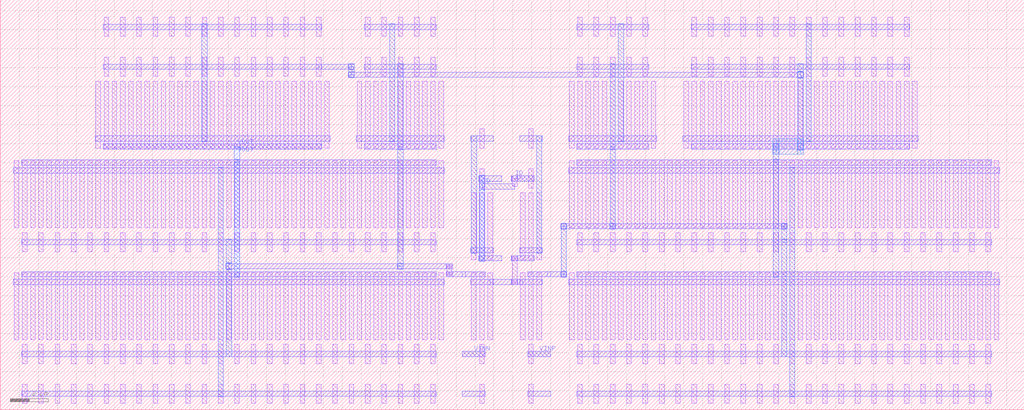
<source format=lef>
MACRO CURRENT_MIRROR_OTA
  ORIGIN 0 0 ;
  FOREIGN CURRENT_MIRROR_OTA 0 0 ;
  SIZE 53.91 BY 21.59 ;
  PIN ID
    DIRECTION INOUT ;
    USE SIGNAL ;
    PORT 
      LAYER M3 ;
        RECT 25.23 7.82 25.51 12.34 ;
      LAYER M2 ;
        RECT 26.92 12.04 28.12 12.32 ;
      LAYER M3 ;
        RECT 25.23 11.575 25.51 11.945 ;
      LAYER M2 ;
        RECT 25.37 11.62 27.09 11.9 ;
      LAYER M1 ;
        RECT 26.965 11.76 27.215 12.18 ;
      LAYER M2 ;
        RECT 26.93 12.04 27.25 12.32 ;
    END
  END ID
  PIN VOUT
    DIRECTION INOUT ;
    USE SIGNAL ;
    PORT 
      LAYER M3 ;
        RECT 12.33 6.98 12.61 13.18 ;
      LAYER M2 ;
        RECT 5.42 13.72 16.94 14 ;
      LAYER M3 ;
        RECT 12.33 13.02 12.61 13.86 ;
      LAYER M2 ;
        RECT 12.31 13.72 12.63 14 ;
    END
  END VOUT
  PIN VINN
    DIRECTION INOUT ;
    USE SIGNAL ;
    PORT 
      LAYER M2 ;
        RECT 24.34 2.8 25.54 3.08 ;
    END
  END VINN
  PIN VINP
    DIRECTION INOUT ;
    USE SIGNAL ;
    PORT 
      LAYER M2 ;
        RECT 27.78 2.8 28.98 3.08 ;
    END
  END VINP
  OBS 
  LAYER M2 ;
        RECT 5.42 17.92 16.94 18.2 ;
  LAYER M3 ;
        RECT 42 13.7 42.28 18.22 ;
  LAYER M3 ;
        RECT 40.71 6.98 40.99 13.18 ;
  LAYER M2 ;
        RECT 16.77 17.92 18.49 18.2 ;
  LAYER M3 ;
        RECT 18.35 17.64 18.63 18.06 ;
  LAYER M2 ;
        RECT 18.49 17.5 42.14 17.78 ;
  LAYER M3 ;
        RECT 42 17.455 42.28 17.825 ;
  LAYER M3 ;
        RECT 42 13.675 42.28 14.045 ;
  LAYER M4 ;
        RECT 40.85 13.46 42.14 14.26 ;
  LAYER M3 ;
        RECT 40.71 13.02 40.99 13.86 ;
  LAYER M2 ;
        RECT 18.33 17.5 18.65 17.78 ;
  LAYER M3 ;
        RECT 18.35 17.48 18.63 17.8 ;
  LAYER M2 ;
        RECT 18.33 17.92 18.65 18.2 ;
  LAYER M3 ;
        RECT 18.35 17.9 18.63 18.22 ;
  LAYER M2 ;
        RECT 41.98 17.5 42.3 17.78 ;
  LAYER M3 ;
        RECT 42 17.48 42.28 17.8 ;
  LAYER M2 ;
        RECT 18.33 17.5 18.65 17.78 ;
  LAYER M3 ;
        RECT 18.35 17.48 18.63 17.8 ;
  LAYER M2 ;
        RECT 18.33 17.92 18.65 18.2 ;
  LAYER M3 ;
        RECT 18.35 17.9 18.63 18.22 ;
  LAYER M2 ;
        RECT 41.98 17.5 42.3 17.78 ;
  LAYER M3 ;
        RECT 42 17.48 42.28 17.8 ;
  LAYER M2 ;
        RECT 18.33 17.5 18.65 17.78 ;
  LAYER M3 ;
        RECT 18.35 17.48 18.63 17.8 ;
  LAYER M2 ;
        RECT 18.33 17.92 18.65 18.2 ;
  LAYER M3 ;
        RECT 18.35 17.9 18.63 18.22 ;
  LAYER M2 ;
        RECT 41.98 17.5 42.3 17.78 ;
  LAYER M3 ;
        RECT 42 17.48 42.28 17.8 ;
  LAYER M3 ;
        RECT 40.71 13.675 40.99 14.045 ;
  LAYER M4 ;
        RECT 40.685 13.46 41.015 14.26 ;
  LAYER M3 ;
        RECT 42 13.675 42.28 14.045 ;
  LAYER M4 ;
        RECT 41.975 13.46 42.305 14.26 ;
  LAYER M2 ;
        RECT 18.33 17.5 18.65 17.78 ;
  LAYER M3 ;
        RECT 18.35 17.48 18.63 17.8 ;
  LAYER M2 ;
        RECT 18.33 17.92 18.65 18.2 ;
  LAYER M3 ;
        RECT 18.35 17.9 18.63 18.22 ;
  LAYER M2 ;
        RECT 41.98 17.5 42.3 17.78 ;
  LAYER M3 ;
        RECT 42 17.48 42.28 17.8 ;
  LAYER M3 ;
        RECT 40.71 13.675 40.99 14.045 ;
  LAYER M4 ;
        RECT 40.685 13.46 41.015 14.26 ;
  LAYER M3 ;
        RECT 42 13.675 42.28 14.045 ;
  LAYER M4 ;
        RECT 41.975 13.46 42.305 14.26 ;
  LAYER M3 ;
        RECT 11.9 2.78 12.18 8.98 ;
  LAYER M2 ;
        RECT 24.34 7 25.54 7.28 ;
  LAYER M3 ;
        RECT 20.93 13.7 21.21 18.22 ;
  LAYER M3 ;
        RECT 11.9 7.375 12.18 7.745 ;
  LAYER M2 ;
        RECT 12.04 7.42 23.65 7.7 ;
  LAYER M1 ;
        RECT 23.525 7.14 23.775 7.56 ;
  LAYER M2 ;
        RECT 23.65 7 24.51 7.28 ;
  LAYER M2 ;
        RECT 20.91 7.42 21.23 7.7 ;
  LAYER M3 ;
        RECT 20.93 7.56 21.21 13.86 ;
  LAYER M1 ;
        RECT 23.525 7.055 23.775 7.225 ;
  LAYER M2 ;
        RECT 23.48 7 23.82 7.28 ;
  LAYER M1 ;
        RECT 23.525 7.475 23.775 7.645 ;
  LAYER M2 ;
        RECT 23.48 7.42 23.82 7.7 ;
  LAYER M2 ;
        RECT 11.88 7.42 12.2 7.7 ;
  LAYER M3 ;
        RECT 11.9 7.4 12.18 7.72 ;
  LAYER M1 ;
        RECT 23.525 7.055 23.775 7.225 ;
  LAYER M2 ;
        RECT 23.48 7 23.82 7.28 ;
  LAYER M1 ;
        RECT 23.525 7.475 23.775 7.645 ;
  LAYER M2 ;
        RECT 23.48 7.42 23.82 7.7 ;
  LAYER M2 ;
        RECT 11.88 7.42 12.2 7.7 ;
  LAYER M3 ;
        RECT 11.9 7.4 12.18 7.72 ;
  LAYER M1 ;
        RECT 23.525 7.055 23.775 7.225 ;
  LAYER M2 ;
        RECT 23.48 7 23.82 7.28 ;
  LAYER M1 ;
        RECT 23.525 7.475 23.775 7.645 ;
  LAYER M2 ;
        RECT 23.48 7.42 23.82 7.7 ;
  LAYER M2 ;
        RECT 11.88 7.42 12.2 7.7 ;
  LAYER M3 ;
        RECT 11.9 7.4 12.18 7.72 ;
  LAYER M2 ;
        RECT 20.91 7.42 21.23 7.7 ;
  LAYER M3 ;
        RECT 20.93 7.4 21.21 7.72 ;
  LAYER M1 ;
        RECT 23.525 7.055 23.775 7.225 ;
  LAYER M2 ;
        RECT 23.48 7 23.82 7.28 ;
  LAYER M1 ;
        RECT 23.525 7.475 23.775 7.645 ;
  LAYER M2 ;
        RECT 23.48 7.42 23.82 7.7 ;
  LAYER M2 ;
        RECT 11.88 7.42 12.2 7.7 ;
  LAYER M3 ;
        RECT 11.9 7.4 12.18 7.72 ;
  LAYER M2 ;
        RECT 20.91 7.42 21.23 7.7 ;
  LAYER M3 ;
        RECT 20.93 7.4 21.21 7.72 ;
  LAYER M2 ;
        RECT 27.78 7 28.98 7.28 ;
  LAYER M3 ;
        RECT 32.11 13.7 32.39 18.22 ;
  LAYER M3 ;
        RECT 41.14 2.78 41.42 8.98 ;
  LAYER M2 ;
        RECT 28.81 7 29.67 7.28 ;
  LAYER M3 ;
        RECT 29.53 7.14 29.81 9.66 ;
  LAYER M2 ;
        RECT 29.67 9.52 32.25 9.8 ;
  LAYER M3 ;
        RECT 32.11 9.66 32.39 13.86 ;
  LAYER M2 ;
        RECT 32.25 9.52 41.28 9.8 ;
  LAYER M3 ;
        RECT 41.14 8.82 41.42 9.66 ;
  LAYER M2 ;
        RECT 29.51 7 29.83 7.28 ;
  LAYER M3 ;
        RECT 29.53 6.98 29.81 7.3 ;
  LAYER M2 ;
        RECT 29.51 9.52 29.83 9.8 ;
  LAYER M3 ;
        RECT 29.53 9.5 29.81 9.82 ;
  LAYER M2 ;
        RECT 32.09 9.52 32.41 9.8 ;
  LAYER M3 ;
        RECT 32.11 9.5 32.39 9.82 ;
  LAYER M2 ;
        RECT 29.51 7 29.83 7.28 ;
  LAYER M3 ;
        RECT 29.53 6.98 29.81 7.3 ;
  LAYER M2 ;
        RECT 29.51 9.52 29.83 9.8 ;
  LAYER M3 ;
        RECT 29.53 9.5 29.81 9.82 ;
  LAYER M2 ;
        RECT 32.09 9.52 32.41 9.8 ;
  LAYER M3 ;
        RECT 32.11 9.5 32.39 9.82 ;
  LAYER M2 ;
        RECT 29.51 7 29.83 7.28 ;
  LAYER M3 ;
        RECT 29.53 6.98 29.81 7.3 ;
  LAYER M2 ;
        RECT 29.51 9.52 29.83 9.8 ;
  LAYER M3 ;
        RECT 29.53 9.5 29.81 9.82 ;
  LAYER M2 ;
        RECT 32.09 9.52 32.41 9.8 ;
  LAYER M3 ;
        RECT 32.11 9.5 32.39 9.82 ;
  LAYER M2 ;
        RECT 41.12 9.52 41.44 9.8 ;
  LAYER M3 ;
        RECT 41.14 9.5 41.42 9.82 ;
  LAYER M2 ;
        RECT 29.51 7 29.83 7.28 ;
  LAYER M3 ;
        RECT 29.53 6.98 29.81 7.3 ;
  LAYER M2 ;
        RECT 29.51 9.52 29.83 9.8 ;
  LAYER M3 ;
        RECT 29.53 9.5 29.81 9.82 ;
  LAYER M2 ;
        RECT 32.09 9.52 32.41 9.8 ;
  LAYER M3 ;
        RECT 32.11 9.5 32.39 9.82 ;
  LAYER M2 ;
        RECT 41.12 9.52 41.44 9.8 ;
  LAYER M3 ;
        RECT 41.14 9.5 41.42 9.82 ;
  LAYER M2 ;
        RECT 24.77 6.58 25.97 6.86 ;
  LAYER M2 ;
        RECT 27.35 6.58 28.55 6.86 ;
  LAYER M2 ;
        RECT 26.92 7.84 28.12 8.12 ;
  LAYER M2 ;
        RECT 25.8 6.58 27.52 6.86 ;
  LAYER M2 ;
        RECT 26.93 6.58 27.25 6.86 ;
  LAYER M1 ;
        RECT 26.965 6.72 27.215 7.98 ;
  LAYER M2 ;
        RECT 26.93 7.84 27.25 8.12 ;
  LAYER M1 ;
        RECT 26.965 6.635 27.215 6.805 ;
  LAYER M2 ;
        RECT 26.92 6.58 27.26 6.86 ;
  LAYER M1 ;
        RECT 26.965 7.895 27.215 8.065 ;
  LAYER M2 ;
        RECT 26.92 7.84 27.26 8.12 ;
  LAYER M1 ;
        RECT 26.965 6.635 27.215 6.805 ;
  LAYER M2 ;
        RECT 26.92 6.58 27.26 6.86 ;
  LAYER M1 ;
        RECT 26.965 7.895 27.215 8.065 ;
  LAYER M2 ;
        RECT 26.92 7.84 27.26 8.12 ;
  LAYER M1 ;
        RECT 25.245 7.895 25.495 11.425 ;
  LAYER M1 ;
        RECT 25.245 11.675 25.495 12.685 ;
  LAYER M1 ;
        RECT 25.245 13.775 25.495 14.785 ;
  LAYER M1 ;
        RECT 25.675 7.895 25.925 11.425 ;
  LAYER M1 ;
        RECT 24.815 7.895 25.065 11.425 ;
  LAYER M2 ;
        RECT 25.2 12.04 26.4 12.32 ;
  LAYER M2 ;
        RECT 25.2 7.84 26.4 8.12 ;
  LAYER M2 ;
        RECT 24.77 14.14 25.97 14.42 ;
  LAYER M2 ;
        RECT 24.77 8.26 25.97 8.54 ;
  LAYER M3 ;
        RECT 25.23 7.82 25.51 12.34 ;
  LAYER M3 ;
        RECT 24.8 8.24 25.08 14.44 ;
  LAYER M1 ;
        RECT 36.425 13.775 36.675 17.305 ;
  LAYER M1 ;
        RECT 36.425 17.555 36.675 18.565 ;
  LAYER M1 ;
        RECT 36.425 19.655 36.675 20.665 ;
  LAYER M1 ;
        RECT 35.995 13.775 36.245 17.305 ;
  LAYER M1 ;
        RECT 36.855 13.775 37.105 17.305 ;
  LAYER M1 ;
        RECT 37.285 13.775 37.535 17.305 ;
  LAYER M1 ;
        RECT 37.285 17.555 37.535 18.565 ;
  LAYER M1 ;
        RECT 37.285 19.655 37.535 20.665 ;
  LAYER M1 ;
        RECT 37.715 13.775 37.965 17.305 ;
  LAYER M1 ;
        RECT 38.145 13.775 38.395 17.305 ;
  LAYER M1 ;
        RECT 38.145 17.555 38.395 18.565 ;
  LAYER M1 ;
        RECT 38.145 19.655 38.395 20.665 ;
  LAYER M1 ;
        RECT 38.575 13.775 38.825 17.305 ;
  LAYER M1 ;
        RECT 39.005 13.775 39.255 17.305 ;
  LAYER M1 ;
        RECT 39.005 17.555 39.255 18.565 ;
  LAYER M1 ;
        RECT 39.005 19.655 39.255 20.665 ;
  LAYER M1 ;
        RECT 39.435 13.775 39.685 17.305 ;
  LAYER M1 ;
        RECT 39.865 13.775 40.115 17.305 ;
  LAYER M1 ;
        RECT 39.865 17.555 40.115 18.565 ;
  LAYER M1 ;
        RECT 39.865 19.655 40.115 20.665 ;
  LAYER M1 ;
        RECT 40.295 13.775 40.545 17.305 ;
  LAYER M1 ;
        RECT 40.725 13.775 40.975 17.305 ;
  LAYER M1 ;
        RECT 40.725 17.555 40.975 18.565 ;
  LAYER M1 ;
        RECT 40.725 19.655 40.975 20.665 ;
  LAYER M1 ;
        RECT 41.155 13.775 41.405 17.305 ;
  LAYER M1 ;
        RECT 41.585 13.775 41.835 17.305 ;
  LAYER M1 ;
        RECT 41.585 17.555 41.835 18.565 ;
  LAYER M1 ;
        RECT 41.585 19.655 41.835 20.665 ;
  LAYER M1 ;
        RECT 42.015 13.775 42.265 17.305 ;
  LAYER M1 ;
        RECT 42.445 13.775 42.695 17.305 ;
  LAYER M1 ;
        RECT 42.445 17.555 42.695 18.565 ;
  LAYER M1 ;
        RECT 42.445 19.655 42.695 20.665 ;
  LAYER M1 ;
        RECT 42.875 13.775 43.125 17.305 ;
  LAYER M1 ;
        RECT 43.305 13.775 43.555 17.305 ;
  LAYER M1 ;
        RECT 43.305 17.555 43.555 18.565 ;
  LAYER M1 ;
        RECT 43.305 19.655 43.555 20.665 ;
  LAYER M1 ;
        RECT 43.735 13.775 43.985 17.305 ;
  LAYER M1 ;
        RECT 44.165 13.775 44.415 17.305 ;
  LAYER M1 ;
        RECT 44.165 17.555 44.415 18.565 ;
  LAYER M1 ;
        RECT 44.165 19.655 44.415 20.665 ;
  LAYER M1 ;
        RECT 44.595 13.775 44.845 17.305 ;
  LAYER M1 ;
        RECT 45.025 13.775 45.275 17.305 ;
  LAYER M1 ;
        RECT 45.025 17.555 45.275 18.565 ;
  LAYER M1 ;
        RECT 45.025 19.655 45.275 20.665 ;
  LAYER M1 ;
        RECT 45.455 13.775 45.705 17.305 ;
  LAYER M1 ;
        RECT 45.885 13.775 46.135 17.305 ;
  LAYER M1 ;
        RECT 45.885 17.555 46.135 18.565 ;
  LAYER M1 ;
        RECT 45.885 19.655 46.135 20.665 ;
  LAYER M1 ;
        RECT 46.315 13.775 46.565 17.305 ;
  LAYER M1 ;
        RECT 46.745 13.775 46.995 17.305 ;
  LAYER M1 ;
        RECT 46.745 17.555 46.995 18.565 ;
  LAYER M1 ;
        RECT 46.745 19.655 46.995 20.665 ;
  LAYER M1 ;
        RECT 47.175 13.775 47.425 17.305 ;
  LAYER M1 ;
        RECT 47.605 13.775 47.855 17.305 ;
  LAYER M1 ;
        RECT 47.605 17.555 47.855 18.565 ;
  LAYER M1 ;
        RECT 47.605 19.655 47.855 20.665 ;
  LAYER M1 ;
        RECT 48.035 13.775 48.285 17.305 ;
  LAYER M2 ;
        RECT 36.38 17.92 47.9 18.2 ;
  LAYER M2 ;
        RECT 36.38 13.72 47.9 14 ;
  LAYER M2 ;
        RECT 36.38 20.02 47.9 20.3 ;
  LAYER M2 ;
        RECT 35.95 14.14 48.33 14.42 ;
  LAYER M3 ;
        RECT 42 13.7 42.28 18.22 ;
  LAYER M3 ;
        RECT 42.43 14.12 42.71 20.32 ;
  LAYER M1 ;
        RECT 22.665 13.775 22.915 17.305 ;
  LAYER M1 ;
        RECT 22.665 17.555 22.915 18.565 ;
  LAYER M1 ;
        RECT 22.665 19.655 22.915 20.665 ;
  LAYER M1 ;
        RECT 23.095 13.775 23.345 17.305 ;
  LAYER M1 ;
        RECT 22.235 13.775 22.485 17.305 ;
  LAYER M1 ;
        RECT 21.805 13.775 22.055 17.305 ;
  LAYER M1 ;
        RECT 21.805 17.555 22.055 18.565 ;
  LAYER M1 ;
        RECT 21.805 19.655 22.055 20.665 ;
  LAYER M1 ;
        RECT 21.375 13.775 21.625 17.305 ;
  LAYER M1 ;
        RECT 20.945 13.775 21.195 17.305 ;
  LAYER M1 ;
        RECT 20.945 17.555 21.195 18.565 ;
  LAYER M1 ;
        RECT 20.945 19.655 21.195 20.665 ;
  LAYER M1 ;
        RECT 20.515 13.775 20.765 17.305 ;
  LAYER M1 ;
        RECT 20.085 13.775 20.335 17.305 ;
  LAYER M1 ;
        RECT 20.085 17.555 20.335 18.565 ;
  LAYER M1 ;
        RECT 20.085 19.655 20.335 20.665 ;
  LAYER M1 ;
        RECT 19.655 13.775 19.905 17.305 ;
  LAYER M1 ;
        RECT 19.225 13.775 19.475 17.305 ;
  LAYER M1 ;
        RECT 19.225 17.555 19.475 18.565 ;
  LAYER M1 ;
        RECT 19.225 19.655 19.475 20.665 ;
  LAYER M1 ;
        RECT 18.795 13.775 19.045 17.305 ;
  LAYER M2 ;
        RECT 19.18 17.92 22.96 18.2 ;
  LAYER M2 ;
        RECT 19.18 13.72 22.96 14 ;
  LAYER M2 ;
        RECT 19.18 20.02 22.96 20.3 ;
  LAYER M2 ;
        RECT 18.75 14.14 23.39 14.42 ;
  LAYER M3 ;
        RECT 20.93 13.7 21.21 18.22 ;
  LAYER M3 ;
        RECT 20.5 14.12 20.78 20.32 ;
  LAYER M1 ;
        RECT 30.405 13.775 30.655 17.305 ;
  LAYER M1 ;
        RECT 30.405 17.555 30.655 18.565 ;
  LAYER M1 ;
        RECT 30.405 19.655 30.655 20.665 ;
  LAYER M1 ;
        RECT 29.975 13.775 30.225 17.305 ;
  LAYER M1 ;
        RECT 30.835 13.775 31.085 17.305 ;
  LAYER M1 ;
        RECT 31.265 13.775 31.515 17.305 ;
  LAYER M1 ;
        RECT 31.265 17.555 31.515 18.565 ;
  LAYER M1 ;
        RECT 31.265 19.655 31.515 20.665 ;
  LAYER M1 ;
        RECT 31.695 13.775 31.945 17.305 ;
  LAYER M1 ;
        RECT 32.125 13.775 32.375 17.305 ;
  LAYER M1 ;
        RECT 32.125 17.555 32.375 18.565 ;
  LAYER M1 ;
        RECT 32.125 19.655 32.375 20.665 ;
  LAYER M1 ;
        RECT 32.555 13.775 32.805 17.305 ;
  LAYER M1 ;
        RECT 32.985 13.775 33.235 17.305 ;
  LAYER M1 ;
        RECT 32.985 17.555 33.235 18.565 ;
  LAYER M1 ;
        RECT 32.985 19.655 33.235 20.665 ;
  LAYER M1 ;
        RECT 33.415 13.775 33.665 17.305 ;
  LAYER M1 ;
        RECT 33.845 13.775 34.095 17.305 ;
  LAYER M1 ;
        RECT 33.845 17.555 34.095 18.565 ;
  LAYER M1 ;
        RECT 33.845 19.655 34.095 20.665 ;
  LAYER M1 ;
        RECT 34.275 13.775 34.525 17.305 ;
  LAYER M2 ;
        RECT 30.36 17.92 34.14 18.2 ;
  LAYER M2 ;
        RECT 30.36 13.72 34.14 14 ;
  LAYER M2 ;
        RECT 30.36 20.02 34.14 20.3 ;
  LAYER M2 ;
        RECT 29.93 14.14 34.57 14.42 ;
  LAYER M3 ;
        RECT 32.11 13.7 32.39 18.22 ;
  LAYER M3 ;
        RECT 32.54 14.12 32.82 20.32 ;
  LAYER M1 ;
        RECT 16.645 13.775 16.895 17.305 ;
  LAYER M1 ;
        RECT 16.645 17.555 16.895 18.565 ;
  LAYER M1 ;
        RECT 16.645 19.655 16.895 20.665 ;
  LAYER M1 ;
        RECT 17.075 13.775 17.325 17.305 ;
  LAYER M1 ;
        RECT 16.215 13.775 16.465 17.305 ;
  LAYER M1 ;
        RECT 15.785 13.775 16.035 17.305 ;
  LAYER M1 ;
        RECT 15.785 17.555 16.035 18.565 ;
  LAYER M1 ;
        RECT 15.785 19.655 16.035 20.665 ;
  LAYER M1 ;
        RECT 15.355 13.775 15.605 17.305 ;
  LAYER M1 ;
        RECT 14.925 13.775 15.175 17.305 ;
  LAYER M1 ;
        RECT 14.925 17.555 15.175 18.565 ;
  LAYER M1 ;
        RECT 14.925 19.655 15.175 20.665 ;
  LAYER M1 ;
        RECT 14.495 13.775 14.745 17.305 ;
  LAYER M1 ;
        RECT 14.065 13.775 14.315 17.305 ;
  LAYER M1 ;
        RECT 14.065 17.555 14.315 18.565 ;
  LAYER M1 ;
        RECT 14.065 19.655 14.315 20.665 ;
  LAYER M1 ;
        RECT 13.635 13.775 13.885 17.305 ;
  LAYER M1 ;
        RECT 13.205 13.775 13.455 17.305 ;
  LAYER M1 ;
        RECT 13.205 17.555 13.455 18.565 ;
  LAYER M1 ;
        RECT 13.205 19.655 13.455 20.665 ;
  LAYER M1 ;
        RECT 12.775 13.775 13.025 17.305 ;
  LAYER M1 ;
        RECT 12.345 13.775 12.595 17.305 ;
  LAYER M1 ;
        RECT 12.345 17.555 12.595 18.565 ;
  LAYER M1 ;
        RECT 12.345 19.655 12.595 20.665 ;
  LAYER M1 ;
        RECT 11.915 13.775 12.165 17.305 ;
  LAYER M1 ;
        RECT 11.485 13.775 11.735 17.305 ;
  LAYER M1 ;
        RECT 11.485 17.555 11.735 18.565 ;
  LAYER M1 ;
        RECT 11.485 19.655 11.735 20.665 ;
  LAYER M1 ;
        RECT 11.055 13.775 11.305 17.305 ;
  LAYER M1 ;
        RECT 10.625 13.775 10.875 17.305 ;
  LAYER M1 ;
        RECT 10.625 17.555 10.875 18.565 ;
  LAYER M1 ;
        RECT 10.625 19.655 10.875 20.665 ;
  LAYER M1 ;
        RECT 10.195 13.775 10.445 17.305 ;
  LAYER M1 ;
        RECT 9.765 13.775 10.015 17.305 ;
  LAYER M1 ;
        RECT 9.765 17.555 10.015 18.565 ;
  LAYER M1 ;
        RECT 9.765 19.655 10.015 20.665 ;
  LAYER M1 ;
        RECT 9.335 13.775 9.585 17.305 ;
  LAYER M1 ;
        RECT 8.905 13.775 9.155 17.305 ;
  LAYER M1 ;
        RECT 8.905 17.555 9.155 18.565 ;
  LAYER M1 ;
        RECT 8.905 19.655 9.155 20.665 ;
  LAYER M1 ;
        RECT 8.475 13.775 8.725 17.305 ;
  LAYER M1 ;
        RECT 8.045 13.775 8.295 17.305 ;
  LAYER M1 ;
        RECT 8.045 17.555 8.295 18.565 ;
  LAYER M1 ;
        RECT 8.045 19.655 8.295 20.665 ;
  LAYER M1 ;
        RECT 7.615 13.775 7.865 17.305 ;
  LAYER M1 ;
        RECT 7.185 13.775 7.435 17.305 ;
  LAYER M1 ;
        RECT 7.185 17.555 7.435 18.565 ;
  LAYER M1 ;
        RECT 7.185 19.655 7.435 20.665 ;
  LAYER M1 ;
        RECT 6.755 13.775 7.005 17.305 ;
  LAYER M1 ;
        RECT 6.325 13.775 6.575 17.305 ;
  LAYER M1 ;
        RECT 6.325 17.555 6.575 18.565 ;
  LAYER M1 ;
        RECT 6.325 19.655 6.575 20.665 ;
  LAYER M1 ;
        RECT 5.895 13.775 6.145 17.305 ;
  LAYER M1 ;
        RECT 5.465 13.775 5.715 17.305 ;
  LAYER M1 ;
        RECT 5.465 17.555 5.715 18.565 ;
  LAYER M1 ;
        RECT 5.465 19.655 5.715 20.665 ;
  LAYER M1 ;
        RECT 5.035 13.775 5.285 17.305 ;
  LAYER M2 ;
        RECT 5.42 20.02 16.94 20.3 ;
  LAYER M2 ;
        RECT 4.99 14.14 17.37 14.42 ;
  LAYER M2 ;
        RECT 5.42 13.72 16.94 14 ;
  LAYER M2 ;
        RECT 5.42 17.92 16.94 18.2 ;
  LAYER M3 ;
        RECT 10.61 14.12 10.89 20.32 ;
  LAYER M1 ;
        RECT 27.825 7.895 28.075 11.425 ;
  LAYER M1 ;
        RECT 27.825 11.675 28.075 12.685 ;
  LAYER M1 ;
        RECT 27.825 13.775 28.075 14.785 ;
  LAYER M1 ;
        RECT 27.395 7.895 27.645 11.425 ;
  LAYER M1 ;
        RECT 28.255 7.895 28.505 11.425 ;
  LAYER M2 ;
        RECT 27.35 14.14 28.55 14.42 ;
  LAYER M2 ;
        RECT 27.35 8.26 28.55 8.54 ;
  LAYER M2 ;
        RECT 26.92 7.84 28.12 8.12 ;
  LAYER M2 ;
        RECT 26.92 12.04 28.12 12.32 ;
  LAYER M3 ;
        RECT 28.24 8.24 28.52 14.44 ;
  LAYER M1 ;
        RECT 30.405 9.575 30.655 13.105 ;
  LAYER M1 ;
        RECT 30.405 8.315 30.655 9.325 ;
  LAYER M1 ;
        RECT 30.405 3.695 30.655 7.225 ;
  LAYER M1 ;
        RECT 30.405 2.435 30.655 3.445 ;
  LAYER M1 ;
        RECT 30.405 0.335 30.655 1.345 ;
  LAYER M1 ;
        RECT 29.975 9.575 30.225 13.105 ;
  LAYER M1 ;
        RECT 29.975 3.695 30.225 7.225 ;
  LAYER M1 ;
        RECT 30.835 9.575 31.085 13.105 ;
  LAYER M1 ;
        RECT 30.835 3.695 31.085 7.225 ;
  LAYER M1 ;
        RECT 31.265 9.575 31.515 13.105 ;
  LAYER M1 ;
        RECT 31.265 8.315 31.515 9.325 ;
  LAYER M1 ;
        RECT 31.265 3.695 31.515 7.225 ;
  LAYER M1 ;
        RECT 31.265 2.435 31.515 3.445 ;
  LAYER M1 ;
        RECT 31.265 0.335 31.515 1.345 ;
  LAYER M1 ;
        RECT 31.695 9.575 31.945 13.105 ;
  LAYER M1 ;
        RECT 31.695 3.695 31.945 7.225 ;
  LAYER M1 ;
        RECT 32.125 9.575 32.375 13.105 ;
  LAYER M1 ;
        RECT 32.125 8.315 32.375 9.325 ;
  LAYER M1 ;
        RECT 32.125 3.695 32.375 7.225 ;
  LAYER M1 ;
        RECT 32.125 2.435 32.375 3.445 ;
  LAYER M1 ;
        RECT 32.125 0.335 32.375 1.345 ;
  LAYER M1 ;
        RECT 32.555 9.575 32.805 13.105 ;
  LAYER M1 ;
        RECT 32.555 3.695 32.805 7.225 ;
  LAYER M1 ;
        RECT 32.985 9.575 33.235 13.105 ;
  LAYER M1 ;
        RECT 32.985 8.315 33.235 9.325 ;
  LAYER M1 ;
        RECT 32.985 3.695 33.235 7.225 ;
  LAYER M1 ;
        RECT 32.985 2.435 33.235 3.445 ;
  LAYER M1 ;
        RECT 32.985 0.335 33.235 1.345 ;
  LAYER M1 ;
        RECT 33.415 9.575 33.665 13.105 ;
  LAYER M1 ;
        RECT 33.415 3.695 33.665 7.225 ;
  LAYER M1 ;
        RECT 33.845 9.575 34.095 13.105 ;
  LAYER M1 ;
        RECT 33.845 8.315 34.095 9.325 ;
  LAYER M1 ;
        RECT 33.845 3.695 34.095 7.225 ;
  LAYER M1 ;
        RECT 33.845 2.435 34.095 3.445 ;
  LAYER M1 ;
        RECT 33.845 0.335 34.095 1.345 ;
  LAYER M1 ;
        RECT 34.275 9.575 34.525 13.105 ;
  LAYER M1 ;
        RECT 34.275 3.695 34.525 7.225 ;
  LAYER M1 ;
        RECT 34.705 9.575 34.955 13.105 ;
  LAYER M1 ;
        RECT 34.705 8.315 34.955 9.325 ;
  LAYER M1 ;
        RECT 34.705 3.695 34.955 7.225 ;
  LAYER M1 ;
        RECT 34.705 2.435 34.955 3.445 ;
  LAYER M1 ;
        RECT 34.705 0.335 34.955 1.345 ;
  LAYER M1 ;
        RECT 35.135 9.575 35.385 13.105 ;
  LAYER M1 ;
        RECT 35.135 3.695 35.385 7.225 ;
  LAYER M1 ;
        RECT 35.565 9.575 35.815 13.105 ;
  LAYER M1 ;
        RECT 35.565 8.315 35.815 9.325 ;
  LAYER M1 ;
        RECT 35.565 3.695 35.815 7.225 ;
  LAYER M1 ;
        RECT 35.565 2.435 35.815 3.445 ;
  LAYER M1 ;
        RECT 35.565 0.335 35.815 1.345 ;
  LAYER M1 ;
        RECT 35.995 9.575 36.245 13.105 ;
  LAYER M1 ;
        RECT 35.995 3.695 36.245 7.225 ;
  LAYER M1 ;
        RECT 36.425 9.575 36.675 13.105 ;
  LAYER M1 ;
        RECT 36.425 8.315 36.675 9.325 ;
  LAYER M1 ;
        RECT 36.425 3.695 36.675 7.225 ;
  LAYER M1 ;
        RECT 36.425 2.435 36.675 3.445 ;
  LAYER M1 ;
        RECT 36.425 0.335 36.675 1.345 ;
  LAYER M1 ;
        RECT 36.855 9.575 37.105 13.105 ;
  LAYER M1 ;
        RECT 36.855 3.695 37.105 7.225 ;
  LAYER M1 ;
        RECT 37.285 9.575 37.535 13.105 ;
  LAYER M1 ;
        RECT 37.285 8.315 37.535 9.325 ;
  LAYER M1 ;
        RECT 37.285 3.695 37.535 7.225 ;
  LAYER M1 ;
        RECT 37.285 2.435 37.535 3.445 ;
  LAYER M1 ;
        RECT 37.285 0.335 37.535 1.345 ;
  LAYER M1 ;
        RECT 37.715 9.575 37.965 13.105 ;
  LAYER M1 ;
        RECT 37.715 3.695 37.965 7.225 ;
  LAYER M1 ;
        RECT 38.145 9.575 38.395 13.105 ;
  LAYER M1 ;
        RECT 38.145 8.315 38.395 9.325 ;
  LAYER M1 ;
        RECT 38.145 3.695 38.395 7.225 ;
  LAYER M1 ;
        RECT 38.145 2.435 38.395 3.445 ;
  LAYER M1 ;
        RECT 38.145 0.335 38.395 1.345 ;
  LAYER M1 ;
        RECT 38.575 9.575 38.825 13.105 ;
  LAYER M1 ;
        RECT 38.575 3.695 38.825 7.225 ;
  LAYER M1 ;
        RECT 39.005 9.575 39.255 13.105 ;
  LAYER M1 ;
        RECT 39.005 8.315 39.255 9.325 ;
  LAYER M1 ;
        RECT 39.005 3.695 39.255 7.225 ;
  LAYER M1 ;
        RECT 39.005 2.435 39.255 3.445 ;
  LAYER M1 ;
        RECT 39.005 0.335 39.255 1.345 ;
  LAYER M1 ;
        RECT 39.435 9.575 39.685 13.105 ;
  LAYER M1 ;
        RECT 39.435 3.695 39.685 7.225 ;
  LAYER M1 ;
        RECT 39.865 9.575 40.115 13.105 ;
  LAYER M1 ;
        RECT 39.865 8.315 40.115 9.325 ;
  LAYER M1 ;
        RECT 39.865 3.695 40.115 7.225 ;
  LAYER M1 ;
        RECT 39.865 2.435 40.115 3.445 ;
  LAYER M1 ;
        RECT 39.865 0.335 40.115 1.345 ;
  LAYER M1 ;
        RECT 40.295 9.575 40.545 13.105 ;
  LAYER M1 ;
        RECT 40.295 3.695 40.545 7.225 ;
  LAYER M1 ;
        RECT 40.725 9.575 40.975 13.105 ;
  LAYER M1 ;
        RECT 40.725 8.315 40.975 9.325 ;
  LAYER M1 ;
        RECT 40.725 3.695 40.975 7.225 ;
  LAYER M1 ;
        RECT 40.725 2.435 40.975 3.445 ;
  LAYER M1 ;
        RECT 40.725 0.335 40.975 1.345 ;
  LAYER M1 ;
        RECT 41.155 9.575 41.405 13.105 ;
  LAYER M1 ;
        RECT 41.155 3.695 41.405 7.225 ;
  LAYER M1 ;
        RECT 41.585 9.575 41.835 13.105 ;
  LAYER M1 ;
        RECT 41.585 8.315 41.835 9.325 ;
  LAYER M1 ;
        RECT 41.585 3.695 41.835 7.225 ;
  LAYER M1 ;
        RECT 41.585 2.435 41.835 3.445 ;
  LAYER M1 ;
        RECT 41.585 0.335 41.835 1.345 ;
  LAYER M1 ;
        RECT 42.015 9.575 42.265 13.105 ;
  LAYER M1 ;
        RECT 42.015 3.695 42.265 7.225 ;
  LAYER M1 ;
        RECT 42.445 9.575 42.695 13.105 ;
  LAYER M1 ;
        RECT 42.445 8.315 42.695 9.325 ;
  LAYER M1 ;
        RECT 42.445 3.695 42.695 7.225 ;
  LAYER M1 ;
        RECT 42.445 2.435 42.695 3.445 ;
  LAYER M1 ;
        RECT 42.445 0.335 42.695 1.345 ;
  LAYER M1 ;
        RECT 42.875 9.575 43.125 13.105 ;
  LAYER M1 ;
        RECT 42.875 3.695 43.125 7.225 ;
  LAYER M1 ;
        RECT 43.305 9.575 43.555 13.105 ;
  LAYER M1 ;
        RECT 43.305 8.315 43.555 9.325 ;
  LAYER M1 ;
        RECT 43.305 3.695 43.555 7.225 ;
  LAYER M1 ;
        RECT 43.305 2.435 43.555 3.445 ;
  LAYER M1 ;
        RECT 43.305 0.335 43.555 1.345 ;
  LAYER M1 ;
        RECT 43.735 9.575 43.985 13.105 ;
  LAYER M1 ;
        RECT 43.735 3.695 43.985 7.225 ;
  LAYER M1 ;
        RECT 44.165 9.575 44.415 13.105 ;
  LAYER M1 ;
        RECT 44.165 8.315 44.415 9.325 ;
  LAYER M1 ;
        RECT 44.165 3.695 44.415 7.225 ;
  LAYER M1 ;
        RECT 44.165 2.435 44.415 3.445 ;
  LAYER M1 ;
        RECT 44.165 0.335 44.415 1.345 ;
  LAYER M1 ;
        RECT 44.595 9.575 44.845 13.105 ;
  LAYER M1 ;
        RECT 44.595 3.695 44.845 7.225 ;
  LAYER M1 ;
        RECT 45.025 9.575 45.275 13.105 ;
  LAYER M1 ;
        RECT 45.025 8.315 45.275 9.325 ;
  LAYER M1 ;
        RECT 45.025 3.695 45.275 7.225 ;
  LAYER M1 ;
        RECT 45.025 2.435 45.275 3.445 ;
  LAYER M1 ;
        RECT 45.025 0.335 45.275 1.345 ;
  LAYER M1 ;
        RECT 45.455 9.575 45.705 13.105 ;
  LAYER M1 ;
        RECT 45.455 3.695 45.705 7.225 ;
  LAYER M1 ;
        RECT 45.885 9.575 46.135 13.105 ;
  LAYER M1 ;
        RECT 45.885 8.315 46.135 9.325 ;
  LAYER M1 ;
        RECT 45.885 3.695 46.135 7.225 ;
  LAYER M1 ;
        RECT 45.885 2.435 46.135 3.445 ;
  LAYER M1 ;
        RECT 45.885 0.335 46.135 1.345 ;
  LAYER M1 ;
        RECT 46.315 9.575 46.565 13.105 ;
  LAYER M1 ;
        RECT 46.315 3.695 46.565 7.225 ;
  LAYER M1 ;
        RECT 46.745 9.575 46.995 13.105 ;
  LAYER M1 ;
        RECT 46.745 8.315 46.995 9.325 ;
  LAYER M1 ;
        RECT 46.745 3.695 46.995 7.225 ;
  LAYER M1 ;
        RECT 46.745 2.435 46.995 3.445 ;
  LAYER M1 ;
        RECT 46.745 0.335 46.995 1.345 ;
  LAYER M1 ;
        RECT 47.175 9.575 47.425 13.105 ;
  LAYER M1 ;
        RECT 47.175 3.695 47.425 7.225 ;
  LAYER M1 ;
        RECT 47.605 9.575 47.855 13.105 ;
  LAYER M1 ;
        RECT 47.605 8.315 47.855 9.325 ;
  LAYER M1 ;
        RECT 47.605 3.695 47.855 7.225 ;
  LAYER M1 ;
        RECT 47.605 2.435 47.855 3.445 ;
  LAYER M1 ;
        RECT 47.605 0.335 47.855 1.345 ;
  LAYER M1 ;
        RECT 48.035 9.575 48.285 13.105 ;
  LAYER M1 ;
        RECT 48.035 3.695 48.285 7.225 ;
  LAYER M1 ;
        RECT 48.465 9.575 48.715 13.105 ;
  LAYER M1 ;
        RECT 48.465 8.315 48.715 9.325 ;
  LAYER M1 ;
        RECT 48.465 3.695 48.715 7.225 ;
  LAYER M1 ;
        RECT 48.465 2.435 48.715 3.445 ;
  LAYER M1 ;
        RECT 48.465 0.335 48.715 1.345 ;
  LAYER M1 ;
        RECT 48.895 9.575 49.145 13.105 ;
  LAYER M1 ;
        RECT 48.895 3.695 49.145 7.225 ;
  LAYER M1 ;
        RECT 49.325 9.575 49.575 13.105 ;
  LAYER M1 ;
        RECT 49.325 8.315 49.575 9.325 ;
  LAYER M1 ;
        RECT 49.325 3.695 49.575 7.225 ;
  LAYER M1 ;
        RECT 49.325 2.435 49.575 3.445 ;
  LAYER M1 ;
        RECT 49.325 0.335 49.575 1.345 ;
  LAYER M1 ;
        RECT 49.755 9.575 50.005 13.105 ;
  LAYER M1 ;
        RECT 49.755 3.695 50.005 7.225 ;
  LAYER M1 ;
        RECT 50.185 9.575 50.435 13.105 ;
  LAYER M1 ;
        RECT 50.185 8.315 50.435 9.325 ;
  LAYER M1 ;
        RECT 50.185 3.695 50.435 7.225 ;
  LAYER M1 ;
        RECT 50.185 2.435 50.435 3.445 ;
  LAYER M1 ;
        RECT 50.185 0.335 50.435 1.345 ;
  LAYER M1 ;
        RECT 50.615 9.575 50.865 13.105 ;
  LAYER M1 ;
        RECT 50.615 3.695 50.865 7.225 ;
  LAYER M1 ;
        RECT 51.045 9.575 51.295 13.105 ;
  LAYER M1 ;
        RECT 51.045 8.315 51.295 9.325 ;
  LAYER M1 ;
        RECT 51.045 3.695 51.295 7.225 ;
  LAYER M1 ;
        RECT 51.045 2.435 51.295 3.445 ;
  LAYER M1 ;
        RECT 51.045 0.335 51.295 1.345 ;
  LAYER M1 ;
        RECT 51.475 9.575 51.725 13.105 ;
  LAYER M1 ;
        RECT 51.475 3.695 51.725 7.225 ;
  LAYER M1 ;
        RECT 51.905 9.575 52.155 13.105 ;
  LAYER M1 ;
        RECT 51.905 8.315 52.155 9.325 ;
  LAYER M1 ;
        RECT 51.905 3.695 52.155 7.225 ;
  LAYER M1 ;
        RECT 51.905 2.435 52.155 3.445 ;
  LAYER M1 ;
        RECT 51.905 0.335 52.155 1.345 ;
  LAYER M1 ;
        RECT 52.335 9.575 52.585 13.105 ;
  LAYER M1 ;
        RECT 52.335 3.695 52.585 7.225 ;
  LAYER M2 ;
        RECT 30.36 12.88 52.2 13.16 ;
  LAYER M2 ;
        RECT 30.36 8.68 52.2 8.96 ;
  LAYER M2 ;
        RECT 29.93 12.46 52.63 12.74 ;
  LAYER M2 ;
        RECT 30.36 7 52.2 7.28 ;
  LAYER M2 ;
        RECT 30.36 2.8 52.2 3.08 ;
  LAYER M2 ;
        RECT 30.36 0.7 52.2 0.98 ;
  LAYER M2 ;
        RECT 29.93 6.58 52.63 6.86 ;
  LAYER M3 ;
        RECT 40.71 6.98 40.99 13.18 ;
  LAYER M3 ;
        RECT 41.14 2.78 41.42 8.98 ;
  LAYER M3 ;
        RECT 41.57 0.68 41.85 12.76 ;
  LAYER M1 ;
        RECT 22.665 9.575 22.915 13.105 ;
  LAYER M1 ;
        RECT 22.665 8.315 22.915 9.325 ;
  LAYER M1 ;
        RECT 22.665 3.695 22.915 7.225 ;
  LAYER M1 ;
        RECT 22.665 2.435 22.915 3.445 ;
  LAYER M1 ;
        RECT 22.665 0.335 22.915 1.345 ;
  LAYER M1 ;
        RECT 23.095 9.575 23.345 13.105 ;
  LAYER M1 ;
        RECT 23.095 3.695 23.345 7.225 ;
  LAYER M1 ;
        RECT 22.235 9.575 22.485 13.105 ;
  LAYER M1 ;
        RECT 22.235 3.695 22.485 7.225 ;
  LAYER M1 ;
        RECT 21.805 9.575 22.055 13.105 ;
  LAYER M1 ;
        RECT 21.805 8.315 22.055 9.325 ;
  LAYER M1 ;
        RECT 21.805 3.695 22.055 7.225 ;
  LAYER M1 ;
        RECT 21.805 2.435 22.055 3.445 ;
  LAYER M1 ;
        RECT 21.805 0.335 22.055 1.345 ;
  LAYER M1 ;
        RECT 21.375 9.575 21.625 13.105 ;
  LAYER M1 ;
        RECT 21.375 3.695 21.625 7.225 ;
  LAYER M1 ;
        RECT 20.945 9.575 21.195 13.105 ;
  LAYER M1 ;
        RECT 20.945 8.315 21.195 9.325 ;
  LAYER M1 ;
        RECT 20.945 3.695 21.195 7.225 ;
  LAYER M1 ;
        RECT 20.945 2.435 21.195 3.445 ;
  LAYER M1 ;
        RECT 20.945 0.335 21.195 1.345 ;
  LAYER M1 ;
        RECT 20.515 9.575 20.765 13.105 ;
  LAYER M1 ;
        RECT 20.515 3.695 20.765 7.225 ;
  LAYER M1 ;
        RECT 20.085 9.575 20.335 13.105 ;
  LAYER M1 ;
        RECT 20.085 8.315 20.335 9.325 ;
  LAYER M1 ;
        RECT 20.085 3.695 20.335 7.225 ;
  LAYER M1 ;
        RECT 20.085 2.435 20.335 3.445 ;
  LAYER M1 ;
        RECT 20.085 0.335 20.335 1.345 ;
  LAYER M1 ;
        RECT 19.655 9.575 19.905 13.105 ;
  LAYER M1 ;
        RECT 19.655 3.695 19.905 7.225 ;
  LAYER M1 ;
        RECT 19.225 9.575 19.475 13.105 ;
  LAYER M1 ;
        RECT 19.225 8.315 19.475 9.325 ;
  LAYER M1 ;
        RECT 19.225 3.695 19.475 7.225 ;
  LAYER M1 ;
        RECT 19.225 2.435 19.475 3.445 ;
  LAYER M1 ;
        RECT 19.225 0.335 19.475 1.345 ;
  LAYER M1 ;
        RECT 18.795 9.575 19.045 13.105 ;
  LAYER M1 ;
        RECT 18.795 3.695 19.045 7.225 ;
  LAYER M1 ;
        RECT 18.365 9.575 18.615 13.105 ;
  LAYER M1 ;
        RECT 18.365 8.315 18.615 9.325 ;
  LAYER M1 ;
        RECT 18.365 3.695 18.615 7.225 ;
  LAYER M1 ;
        RECT 18.365 2.435 18.615 3.445 ;
  LAYER M1 ;
        RECT 18.365 0.335 18.615 1.345 ;
  LAYER M1 ;
        RECT 17.935 9.575 18.185 13.105 ;
  LAYER M1 ;
        RECT 17.935 3.695 18.185 7.225 ;
  LAYER M1 ;
        RECT 17.505 9.575 17.755 13.105 ;
  LAYER M1 ;
        RECT 17.505 8.315 17.755 9.325 ;
  LAYER M1 ;
        RECT 17.505 3.695 17.755 7.225 ;
  LAYER M1 ;
        RECT 17.505 2.435 17.755 3.445 ;
  LAYER M1 ;
        RECT 17.505 0.335 17.755 1.345 ;
  LAYER M1 ;
        RECT 17.075 9.575 17.325 13.105 ;
  LAYER M1 ;
        RECT 17.075 3.695 17.325 7.225 ;
  LAYER M1 ;
        RECT 16.645 9.575 16.895 13.105 ;
  LAYER M1 ;
        RECT 16.645 8.315 16.895 9.325 ;
  LAYER M1 ;
        RECT 16.645 3.695 16.895 7.225 ;
  LAYER M1 ;
        RECT 16.645 2.435 16.895 3.445 ;
  LAYER M1 ;
        RECT 16.645 0.335 16.895 1.345 ;
  LAYER M1 ;
        RECT 16.215 9.575 16.465 13.105 ;
  LAYER M1 ;
        RECT 16.215 3.695 16.465 7.225 ;
  LAYER M1 ;
        RECT 15.785 9.575 16.035 13.105 ;
  LAYER M1 ;
        RECT 15.785 8.315 16.035 9.325 ;
  LAYER M1 ;
        RECT 15.785 3.695 16.035 7.225 ;
  LAYER M1 ;
        RECT 15.785 2.435 16.035 3.445 ;
  LAYER M1 ;
        RECT 15.785 0.335 16.035 1.345 ;
  LAYER M1 ;
        RECT 15.355 9.575 15.605 13.105 ;
  LAYER M1 ;
        RECT 15.355 3.695 15.605 7.225 ;
  LAYER M1 ;
        RECT 14.925 9.575 15.175 13.105 ;
  LAYER M1 ;
        RECT 14.925 8.315 15.175 9.325 ;
  LAYER M1 ;
        RECT 14.925 3.695 15.175 7.225 ;
  LAYER M1 ;
        RECT 14.925 2.435 15.175 3.445 ;
  LAYER M1 ;
        RECT 14.925 0.335 15.175 1.345 ;
  LAYER M1 ;
        RECT 14.495 9.575 14.745 13.105 ;
  LAYER M1 ;
        RECT 14.495 3.695 14.745 7.225 ;
  LAYER M1 ;
        RECT 14.065 9.575 14.315 13.105 ;
  LAYER M1 ;
        RECT 14.065 8.315 14.315 9.325 ;
  LAYER M1 ;
        RECT 14.065 3.695 14.315 7.225 ;
  LAYER M1 ;
        RECT 14.065 2.435 14.315 3.445 ;
  LAYER M1 ;
        RECT 14.065 0.335 14.315 1.345 ;
  LAYER M1 ;
        RECT 13.635 9.575 13.885 13.105 ;
  LAYER M1 ;
        RECT 13.635 3.695 13.885 7.225 ;
  LAYER M1 ;
        RECT 13.205 9.575 13.455 13.105 ;
  LAYER M1 ;
        RECT 13.205 8.315 13.455 9.325 ;
  LAYER M1 ;
        RECT 13.205 3.695 13.455 7.225 ;
  LAYER M1 ;
        RECT 13.205 2.435 13.455 3.445 ;
  LAYER M1 ;
        RECT 13.205 0.335 13.455 1.345 ;
  LAYER M1 ;
        RECT 12.775 9.575 13.025 13.105 ;
  LAYER M1 ;
        RECT 12.775 3.695 13.025 7.225 ;
  LAYER M1 ;
        RECT 12.345 9.575 12.595 13.105 ;
  LAYER M1 ;
        RECT 12.345 8.315 12.595 9.325 ;
  LAYER M1 ;
        RECT 12.345 3.695 12.595 7.225 ;
  LAYER M1 ;
        RECT 12.345 2.435 12.595 3.445 ;
  LAYER M1 ;
        RECT 12.345 0.335 12.595 1.345 ;
  LAYER M1 ;
        RECT 11.915 9.575 12.165 13.105 ;
  LAYER M1 ;
        RECT 11.915 3.695 12.165 7.225 ;
  LAYER M1 ;
        RECT 11.485 9.575 11.735 13.105 ;
  LAYER M1 ;
        RECT 11.485 8.315 11.735 9.325 ;
  LAYER M1 ;
        RECT 11.485 3.695 11.735 7.225 ;
  LAYER M1 ;
        RECT 11.485 2.435 11.735 3.445 ;
  LAYER M1 ;
        RECT 11.485 0.335 11.735 1.345 ;
  LAYER M1 ;
        RECT 11.055 9.575 11.305 13.105 ;
  LAYER M1 ;
        RECT 11.055 3.695 11.305 7.225 ;
  LAYER M1 ;
        RECT 10.625 9.575 10.875 13.105 ;
  LAYER M1 ;
        RECT 10.625 8.315 10.875 9.325 ;
  LAYER M1 ;
        RECT 10.625 3.695 10.875 7.225 ;
  LAYER M1 ;
        RECT 10.625 2.435 10.875 3.445 ;
  LAYER M1 ;
        RECT 10.625 0.335 10.875 1.345 ;
  LAYER M1 ;
        RECT 10.195 9.575 10.445 13.105 ;
  LAYER M1 ;
        RECT 10.195 3.695 10.445 7.225 ;
  LAYER M1 ;
        RECT 9.765 9.575 10.015 13.105 ;
  LAYER M1 ;
        RECT 9.765 8.315 10.015 9.325 ;
  LAYER M1 ;
        RECT 9.765 3.695 10.015 7.225 ;
  LAYER M1 ;
        RECT 9.765 2.435 10.015 3.445 ;
  LAYER M1 ;
        RECT 9.765 0.335 10.015 1.345 ;
  LAYER M1 ;
        RECT 9.335 9.575 9.585 13.105 ;
  LAYER M1 ;
        RECT 9.335 3.695 9.585 7.225 ;
  LAYER M1 ;
        RECT 8.905 9.575 9.155 13.105 ;
  LAYER M1 ;
        RECT 8.905 8.315 9.155 9.325 ;
  LAYER M1 ;
        RECT 8.905 3.695 9.155 7.225 ;
  LAYER M1 ;
        RECT 8.905 2.435 9.155 3.445 ;
  LAYER M1 ;
        RECT 8.905 0.335 9.155 1.345 ;
  LAYER M1 ;
        RECT 8.475 9.575 8.725 13.105 ;
  LAYER M1 ;
        RECT 8.475 3.695 8.725 7.225 ;
  LAYER M1 ;
        RECT 8.045 9.575 8.295 13.105 ;
  LAYER M1 ;
        RECT 8.045 8.315 8.295 9.325 ;
  LAYER M1 ;
        RECT 8.045 3.695 8.295 7.225 ;
  LAYER M1 ;
        RECT 8.045 2.435 8.295 3.445 ;
  LAYER M1 ;
        RECT 8.045 0.335 8.295 1.345 ;
  LAYER M1 ;
        RECT 7.615 9.575 7.865 13.105 ;
  LAYER M1 ;
        RECT 7.615 3.695 7.865 7.225 ;
  LAYER M1 ;
        RECT 7.185 9.575 7.435 13.105 ;
  LAYER M1 ;
        RECT 7.185 8.315 7.435 9.325 ;
  LAYER M1 ;
        RECT 7.185 3.695 7.435 7.225 ;
  LAYER M1 ;
        RECT 7.185 2.435 7.435 3.445 ;
  LAYER M1 ;
        RECT 7.185 0.335 7.435 1.345 ;
  LAYER M1 ;
        RECT 6.755 9.575 7.005 13.105 ;
  LAYER M1 ;
        RECT 6.755 3.695 7.005 7.225 ;
  LAYER M1 ;
        RECT 6.325 9.575 6.575 13.105 ;
  LAYER M1 ;
        RECT 6.325 8.315 6.575 9.325 ;
  LAYER M1 ;
        RECT 6.325 3.695 6.575 7.225 ;
  LAYER M1 ;
        RECT 6.325 2.435 6.575 3.445 ;
  LAYER M1 ;
        RECT 6.325 0.335 6.575 1.345 ;
  LAYER M1 ;
        RECT 5.895 9.575 6.145 13.105 ;
  LAYER M1 ;
        RECT 5.895 3.695 6.145 7.225 ;
  LAYER M1 ;
        RECT 5.465 9.575 5.715 13.105 ;
  LAYER M1 ;
        RECT 5.465 8.315 5.715 9.325 ;
  LAYER M1 ;
        RECT 5.465 3.695 5.715 7.225 ;
  LAYER M1 ;
        RECT 5.465 2.435 5.715 3.445 ;
  LAYER M1 ;
        RECT 5.465 0.335 5.715 1.345 ;
  LAYER M1 ;
        RECT 5.035 9.575 5.285 13.105 ;
  LAYER M1 ;
        RECT 5.035 3.695 5.285 7.225 ;
  LAYER M1 ;
        RECT 4.605 9.575 4.855 13.105 ;
  LAYER M1 ;
        RECT 4.605 8.315 4.855 9.325 ;
  LAYER M1 ;
        RECT 4.605 3.695 4.855 7.225 ;
  LAYER M1 ;
        RECT 4.605 2.435 4.855 3.445 ;
  LAYER M1 ;
        RECT 4.605 0.335 4.855 1.345 ;
  LAYER M1 ;
        RECT 4.175 9.575 4.425 13.105 ;
  LAYER M1 ;
        RECT 4.175 3.695 4.425 7.225 ;
  LAYER M1 ;
        RECT 3.745 9.575 3.995 13.105 ;
  LAYER M1 ;
        RECT 3.745 8.315 3.995 9.325 ;
  LAYER M1 ;
        RECT 3.745 3.695 3.995 7.225 ;
  LAYER M1 ;
        RECT 3.745 2.435 3.995 3.445 ;
  LAYER M1 ;
        RECT 3.745 0.335 3.995 1.345 ;
  LAYER M1 ;
        RECT 3.315 9.575 3.565 13.105 ;
  LAYER M1 ;
        RECT 3.315 3.695 3.565 7.225 ;
  LAYER M1 ;
        RECT 2.885 9.575 3.135 13.105 ;
  LAYER M1 ;
        RECT 2.885 8.315 3.135 9.325 ;
  LAYER M1 ;
        RECT 2.885 3.695 3.135 7.225 ;
  LAYER M1 ;
        RECT 2.885 2.435 3.135 3.445 ;
  LAYER M1 ;
        RECT 2.885 0.335 3.135 1.345 ;
  LAYER M1 ;
        RECT 2.455 9.575 2.705 13.105 ;
  LAYER M1 ;
        RECT 2.455 3.695 2.705 7.225 ;
  LAYER M1 ;
        RECT 2.025 9.575 2.275 13.105 ;
  LAYER M1 ;
        RECT 2.025 8.315 2.275 9.325 ;
  LAYER M1 ;
        RECT 2.025 3.695 2.275 7.225 ;
  LAYER M1 ;
        RECT 2.025 2.435 2.275 3.445 ;
  LAYER M1 ;
        RECT 2.025 0.335 2.275 1.345 ;
  LAYER M1 ;
        RECT 1.595 9.575 1.845 13.105 ;
  LAYER M1 ;
        RECT 1.595 3.695 1.845 7.225 ;
  LAYER M1 ;
        RECT 1.165 9.575 1.415 13.105 ;
  LAYER M1 ;
        RECT 1.165 8.315 1.415 9.325 ;
  LAYER M1 ;
        RECT 1.165 3.695 1.415 7.225 ;
  LAYER M1 ;
        RECT 1.165 2.435 1.415 3.445 ;
  LAYER M1 ;
        RECT 1.165 0.335 1.415 1.345 ;
  LAYER M1 ;
        RECT 0.735 9.575 0.985 13.105 ;
  LAYER M1 ;
        RECT 0.735 3.695 0.985 7.225 ;
  LAYER M2 ;
        RECT 1.12 12.88 22.96 13.16 ;
  LAYER M2 ;
        RECT 1.12 8.68 22.96 8.96 ;
  LAYER M2 ;
        RECT 0.69 12.46 23.39 12.74 ;
  LAYER M2 ;
        RECT 1.12 7 22.96 7.28 ;
  LAYER M2 ;
        RECT 1.12 2.8 22.96 3.08 ;
  LAYER M2 ;
        RECT 1.12 0.7 22.96 0.98 ;
  LAYER M2 ;
        RECT 0.69 6.58 23.39 6.86 ;
  LAYER M3 ;
        RECT 12.33 6.98 12.61 13.18 ;
  LAYER M3 ;
        RECT 11.9 2.78 12.18 8.98 ;
  LAYER M3 ;
        RECT 11.47 0.68 11.75 12.76 ;
  LAYER M1 ;
        RECT 25.245 3.695 25.495 7.225 ;
  LAYER M1 ;
        RECT 25.245 2.435 25.495 3.445 ;
  LAYER M1 ;
        RECT 25.245 0.335 25.495 1.345 ;
  LAYER M1 ;
        RECT 24.815 3.695 25.065 7.225 ;
  LAYER M1 ;
        RECT 25.675 3.695 25.925 7.225 ;
  LAYER M2 ;
        RECT 24.34 0.7 25.54 0.98 ;
  LAYER M2 ;
        RECT 24.34 7 25.54 7.28 ;
  LAYER M2 ;
        RECT 24.34 2.8 25.54 3.08 ;
  LAYER M2 ;
        RECT 24.77 6.58 25.97 6.86 ;
  LAYER M1 ;
        RECT 27.825 3.695 28.075 7.225 ;
  LAYER M1 ;
        RECT 27.825 2.435 28.075 3.445 ;
  LAYER M1 ;
        RECT 27.825 0.335 28.075 1.345 ;
  LAYER M1 ;
        RECT 28.255 3.695 28.505 7.225 ;
  LAYER M1 ;
        RECT 27.395 3.695 27.645 7.225 ;
  LAYER M2 ;
        RECT 27.78 0.7 28.98 0.98 ;
  LAYER M2 ;
        RECT 27.78 7 28.98 7.28 ;
  LAYER M2 ;
        RECT 27.78 2.8 28.98 3.08 ;
  LAYER M2 ;
        RECT 27.35 6.58 28.55 6.86 ;
  END 
END CURRENT_MIRROR_OTA

</source>
